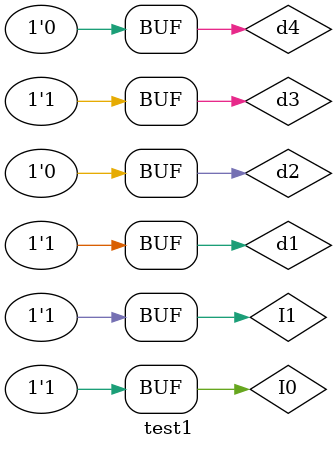
<source format=v>
`timescale 1ns / 1ps


module test1;

	// Inputs
	reg d1;
	reg d2;
	reg d3;
	reg d4;
	reg I0;
	reg I1;

	// Outputs
	wire Q;

	// Instantiate the Unit Under Test (UUT)
	max_4to1 uut (
		.d1(d1), 
		.d2(d2), 
		.d3(d3), 
		.d4(d4), 
		.I0(I0), 
		.I1(I1), 
		.Q(Q)
	);

	initial begin
		// Initialize Inputs
		d1 = 1;
		d2 = 0;
		d3 = 1;
		d4 = 0;
		I0 = 0;
		I1 = 0;

		// Wait 100 ns for global reset to finish
		#100;
        
		// Add stimulus here
		
		d1 = 1;
		d2 = 0;
		d3 = 1;
		d4 = 0;
		I0 = 1;
		I1 = 0;

		// Wait 100 ns for global reset to finish
		#100;
		
		d1 = 1;
		d2 = 0;
		d3 = 1;
		d4 = 0;
		I0 = 0;
		I1 = 1;

		// Wait 100 ns for global reset to finish
		#100;
		
		d1 = 1;
		d2 = 0;
		d3 = 1;
		d4 = 0;
		I0 = 1;
		I1 = 1;

		// Wait 100 ns for global reset to finish
		#100;
		
		

	end
      
endmodule


</source>
